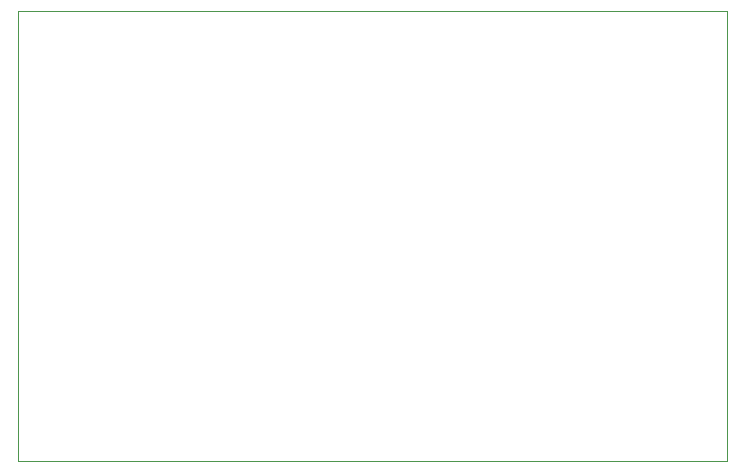
<source format=gbr>
%TF.GenerationSoftware,KiCad,Pcbnew,(5.1.4)-1*%
%TF.CreationDate,2019-11-11T10:46:24+08:00*%
%TF.ProjectId,jlink_vcom_to_rs232_adapter_plate,6a6c696e-6b5f-4766-936f-6d5f746f5f72,rev?*%
%TF.SameCoordinates,Original*%
%TF.FileFunction,Profile,NP*%
%FSLAX46Y46*%
G04 Gerber Fmt 4.6, Leading zero omitted, Abs format (unit mm)*
G04 Created by KiCad (PCBNEW (5.1.4)-1) date 2019-11-11 10:46:24*
%MOMM*%
%LPD*%
G04 APERTURE LIST*
%ADD10C,0.050000*%
G04 APERTURE END LIST*
D10*
X230000000Y-37465000D02*
X230000000Y-75565000D01*
X170000000Y-75565000D02*
X230000000Y-75565000D01*
X170000000Y-37465000D02*
X230000000Y-37465000D01*
X170000000Y-37465000D02*
X170000000Y-75565000D01*
M02*

</source>
